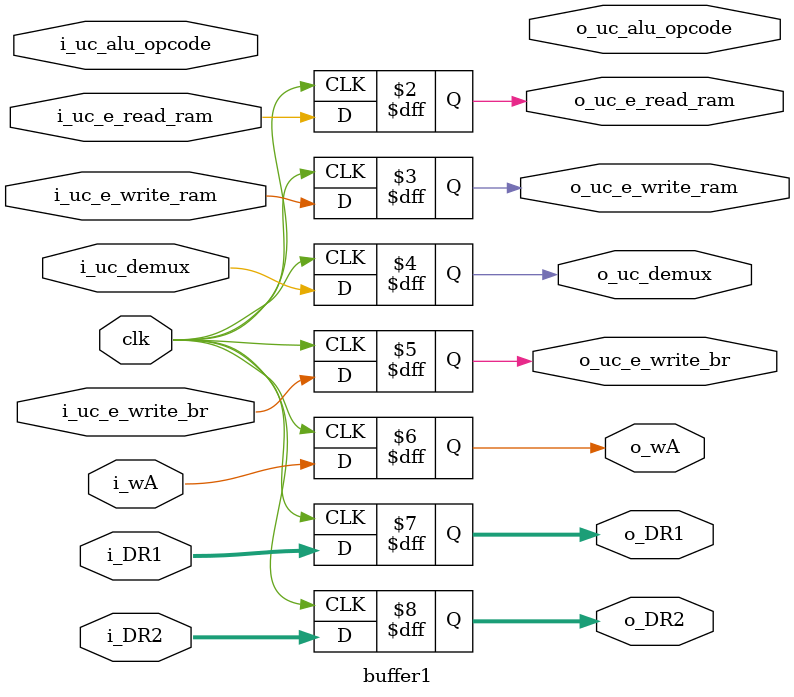
<source format=v>

`timescale 1ns / 1ns

module buffer1
(
	input i_uc_e_read_ram, 			 
	input i_uc_e_write_ram,
	input i_uc_demux,
	input [3:0] i_uc_alu_opcode, 
	input i_uc_e_write_br,
	input i_wA,
	input [31:0] i_DR1,
	input [31:0] i_DR2,        
	input clk,
	
	output reg o_uc_e_read_ram, 
	output reg o_uc_e_write_ram,
	output reg o_uc_demux,
	output reg [3:0] o_uc_alu_opcode, 
	output reg o_uc_e_write_br,
	output reg o_wA,
	output reg [31:0] o_DR1,
	output reg [31:0] o_DR2
);


always @ (posedge clk) begin
	
	//Envio de señales de habilitacion hacía la memoria RAM
	o_uc_e_read_ram = i_uc_e_read_ram;
	o_uc_e_write_ram = i_uc_e_write_ram;
	
	//Seleccion de operacion para el demultiplexor
	o_uc_demux = i_uc_demux;
	
	//Envio de señales de habilitacion hacia la escritura del BR
	o_uc_e_write_br = i_uc_e_write_br;
	
	//No sé porq se manda a wA pero aqui esta lol
	o_wA = i_wA;
	
	//Salida del dato del registro 1 y 2
	o_DR1= i_DR1;
	o_DR2= i_DR2;
	
	end
endmodule

</source>
